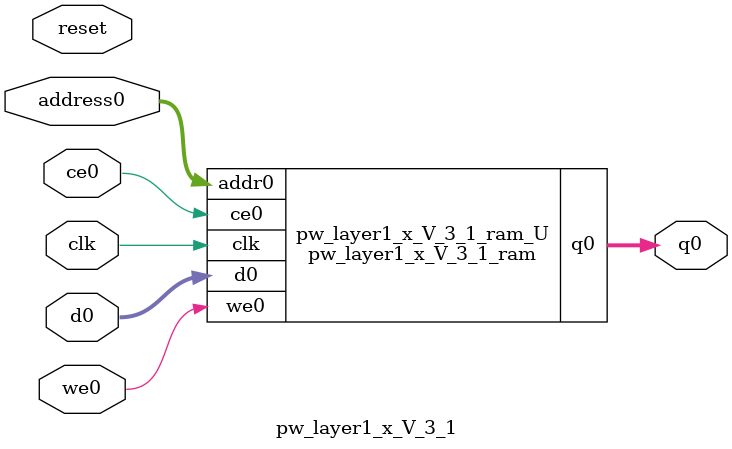
<source format=v>
`timescale 1 ns / 1 ps
module pw_layer1_x_V_3_1_ram (addr0, ce0, d0, we0, q0,  clk);

parameter DWIDTH = 8;
parameter AWIDTH = 3;
parameter MEM_SIZE = 8;

input[AWIDTH-1:0] addr0;
input ce0;
input[DWIDTH-1:0] d0;
input we0;
output reg[DWIDTH-1:0] q0;
input clk;

(* ram_style = "distributed" *)reg [DWIDTH-1:0] ram[0:MEM_SIZE-1];




always @(posedge clk)  
begin 
    if (ce0) begin
        if (we0) 
            ram[addr0] <= d0; 
        q0 <= ram[addr0];
    end
end


endmodule

`timescale 1 ns / 1 ps
module pw_layer1_x_V_3_1(
    reset,
    clk,
    address0,
    ce0,
    we0,
    d0,
    q0);

parameter DataWidth = 32'd8;
parameter AddressRange = 32'd8;
parameter AddressWidth = 32'd3;
input reset;
input clk;
input[AddressWidth - 1:0] address0;
input ce0;
input we0;
input[DataWidth - 1:0] d0;
output[DataWidth - 1:0] q0;



pw_layer1_x_V_3_1_ram pw_layer1_x_V_3_1_ram_U(
    .clk( clk ),
    .addr0( address0 ),
    .ce0( ce0 ),
    .we0( we0 ),
    .d0( d0 ),
    .q0( q0 ));

endmodule


</source>
